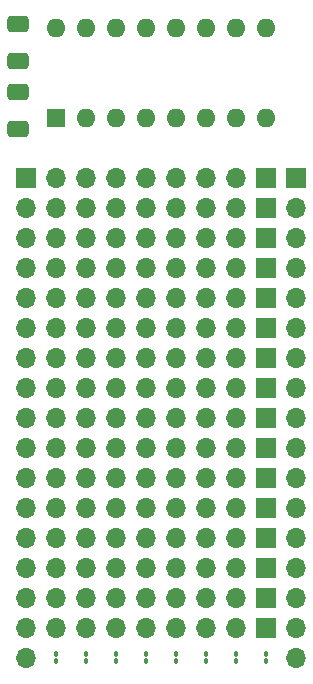
<source format=gts>
G04 #@! TF.GenerationSoftware,KiCad,Pcbnew,8.0.8-unknown-202502120121~a17639b16e~ubuntu24.04.1*
G04 #@! TF.CreationDate,2025-02-14T12:45:32-05:00*
G04 #@! TF.ProjectId,diode-matrix-rom-dip,64696f64-652d-46d6-9174-7269782d726f,v00*
G04 #@! TF.SameCoordinates,Original*
G04 #@! TF.FileFunction,Soldermask,Top*
G04 #@! TF.FilePolarity,Negative*
%FSLAX46Y46*%
G04 Gerber Fmt 4.6, Leading zero omitted, Abs format (unit mm)*
G04 Created by KiCad (PCBNEW 8.0.8-unknown-202502120121~a17639b16e~ubuntu24.04.1) date 2025-02-14 12:45:32*
%MOMM*%
%LPD*%
G01*
G04 APERTURE LIST*
G04 Aperture macros list*
%AMRoundRect*
0 Rectangle with rounded corners*
0 $1 Rounding radius*
0 $2 $3 $4 $5 $6 $7 $8 $9 X,Y pos of 4 corners*
0 Add a 4 corners polygon primitive as box body*
4,1,4,$2,$3,$4,$5,$6,$7,$8,$9,$2,$3,0*
0 Add four circle primitives for the rounded corners*
1,1,$1+$1,$2,$3*
1,1,$1+$1,$4,$5*
1,1,$1+$1,$6,$7*
1,1,$1+$1,$8,$9*
0 Add four rect primitives between the rounded corners*
20,1,$1+$1,$2,$3,$4,$5,0*
20,1,$1+$1,$4,$5,$6,$7,0*
20,1,$1+$1,$6,$7,$8,$9,0*
20,1,$1+$1,$8,$9,$2,$3,0*%
G04 Aperture macros list end*
%ADD10R,1.700000X1.700000*%
%ADD11O,1.700000X1.700000*%
%ADD12RoundRect,0.100000X-0.100000X0.130000X-0.100000X-0.130000X0.100000X-0.130000X0.100000X0.130000X0*%
%ADD13RoundRect,0.250000X-0.650000X0.412500X-0.650000X-0.412500X0.650000X-0.412500X0.650000X0.412500X0*%
%ADD14RoundRect,0.250000X0.650000X-0.412500X0.650000X0.412500X-0.650000X0.412500X-0.650000X-0.412500X0*%
%ADD15R,1.600000X1.600000*%
%ADD16O,1.600000X1.600000*%
G04 APERTURE END LIST*
D10*
X137160000Y-114300000D03*
D11*
X134620000Y-114300000D03*
X132080000Y-114300000D03*
X129540000Y-114300000D03*
X127000000Y-114300000D03*
X124460000Y-114300000D03*
X121920000Y-114300000D03*
X119380000Y-114300000D03*
D12*
X121920000Y-131760000D03*
X121920000Y-132400000D03*
X137160000Y-131760000D03*
X137160000Y-132400000D03*
X119380000Y-131760000D03*
X119380000Y-132400000D03*
D13*
X116205000Y-84162500D03*
X116205000Y-87287500D03*
D14*
X116205000Y-81572500D03*
X116205000Y-78447500D03*
D12*
X132080000Y-131760000D03*
X132080000Y-132400000D03*
X134620000Y-131760000D03*
X134620000Y-132400000D03*
D10*
X137160000Y-119380000D03*
D11*
X134620000Y-119380000D03*
X132080000Y-119380000D03*
X129540000Y-119380000D03*
X127000000Y-119380000D03*
X124460000Y-119380000D03*
X121920000Y-119380000D03*
X119380000Y-119380000D03*
D10*
X137160000Y-101600000D03*
D11*
X134620000Y-101600000D03*
X132080000Y-101600000D03*
X129540000Y-101600000D03*
X127000000Y-101600000D03*
X124460000Y-101600000D03*
X121920000Y-101600000D03*
X119380000Y-101600000D03*
D10*
X137160000Y-96520000D03*
D11*
X134620000Y-96520000D03*
X132080000Y-96520000D03*
X129540000Y-96520000D03*
X127000000Y-96520000D03*
X124460000Y-96520000D03*
X121920000Y-96520000D03*
X119380000Y-96520000D03*
D10*
X137160000Y-106680000D03*
D11*
X134620000Y-106680000D03*
X132080000Y-106680000D03*
X129540000Y-106680000D03*
X127000000Y-106680000D03*
X124460000Y-106680000D03*
X121920000Y-106680000D03*
X119380000Y-106680000D03*
D10*
X137160000Y-104140000D03*
D11*
X134620000Y-104140000D03*
X132080000Y-104140000D03*
X129540000Y-104140000D03*
X127000000Y-104140000D03*
X124460000Y-104140000D03*
X121920000Y-104140000D03*
X119380000Y-104140000D03*
D15*
X119380000Y-86360000D03*
D16*
X121920000Y-86360000D03*
X124460000Y-86360000D03*
X127000000Y-86360000D03*
X129540000Y-86360000D03*
X132080000Y-86360000D03*
X134620000Y-86360000D03*
X137160000Y-86360000D03*
X137160000Y-78740000D03*
X134620000Y-78740000D03*
X132080000Y-78740000D03*
X129540000Y-78740000D03*
X127000000Y-78740000D03*
X124460000Y-78740000D03*
X121920000Y-78740000D03*
X119380000Y-78740000D03*
D12*
X127000000Y-131760000D03*
X127000000Y-132400000D03*
D10*
X137160000Y-124460000D03*
D11*
X134620000Y-124460000D03*
X132080000Y-124460000D03*
X129540000Y-124460000D03*
X127000000Y-124460000D03*
X124460000Y-124460000D03*
X121920000Y-124460000D03*
X119380000Y-124460000D03*
D12*
X129540000Y-131760000D03*
X129540000Y-132400000D03*
X124460000Y-131760000D03*
X124460000Y-132400000D03*
D10*
X137160000Y-121920000D03*
D11*
X134620000Y-121920000D03*
X132080000Y-121920000D03*
X129540000Y-121920000D03*
X127000000Y-121920000D03*
X124460000Y-121920000D03*
X121920000Y-121920000D03*
X119380000Y-121920000D03*
D10*
X137160000Y-93980000D03*
D11*
X134620000Y-93980000D03*
X132080000Y-93980000D03*
X129540000Y-93980000D03*
X127000000Y-93980000D03*
X124460000Y-93980000D03*
X121920000Y-93980000D03*
X119380000Y-93980000D03*
D10*
X137160000Y-91440000D03*
D11*
X134620000Y-91440000D03*
X132080000Y-91440000D03*
X129540000Y-91440000D03*
X127000000Y-91440000D03*
X124460000Y-91440000D03*
X121920000Y-91440000D03*
X119380000Y-91440000D03*
D10*
X137160000Y-116840000D03*
D11*
X134620000Y-116840000D03*
X132080000Y-116840000D03*
X129540000Y-116840000D03*
X127000000Y-116840000D03*
X124460000Y-116840000D03*
X121920000Y-116840000D03*
X119380000Y-116840000D03*
D10*
X137160000Y-109220000D03*
D11*
X134620000Y-109220000D03*
X132080000Y-109220000D03*
X129540000Y-109220000D03*
X127000000Y-109220000D03*
X124460000Y-109220000D03*
X121920000Y-109220000D03*
X119380000Y-109220000D03*
D10*
X137160000Y-127000000D03*
D11*
X134620000Y-127000000D03*
X132080000Y-127000000D03*
X129540000Y-127000000D03*
X127000000Y-127000000D03*
X124460000Y-127000000D03*
X121920000Y-127000000D03*
X119380000Y-127000000D03*
D10*
X137160000Y-99060000D03*
D11*
X134620000Y-99060000D03*
X132080000Y-99060000D03*
X129540000Y-99060000D03*
X127000000Y-99060000D03*
X124460000Y-99060000D03*
X121920000Y-99060000D03*
X119380000Y-99060000D03*
D10*
X137160000Y-129540000D03*
D11*
X134620000Y-129540000D03*
X132080000Y-129540000D03*
X129540000Y-129540000D03*
X127000000Y-129540000D03*
X124460000Y-129540000D03*
X121920000Y-129540000D03*
X119380000Y-129540000D03*
D10*
X137160000Y-111760000D03*
D11*
X134620000Y-111760000D03*
X132080000Y-111760000D03*
X129540000Y-111760000D03*
X127000000Y-111760000D03*
X124460000Y-111760000D03*
X121920000Y-111760000D03*
X119380000Y-111760000D03*
D10*
X116840000Y-91440000D03*
D11*
X116840000Y-93980000D03*
X116840000Y-96520000D03*
X116840000Y-99060000D03*
X116840000Y-101600000D03*
X116840000Y-104140000D03*
X116840000Y-106680000D03*
X116840000Y-109220000D03*
X116840000Y-111760000D03*
X116840000Y-114300000D03*
X116840000Y-116840000D03*
X116840000Y-119380000D03*
X116840000Y-121920000D03*
X116840000Y-124460000D03*
X116840000Y-127000000D03*
X116840000Y-129540000D03*
X116840000Y-132080000D03*
D10*
X139700000Y-91440000D03*
D11*
X139700000Y-93980000D03*
X139700000Y-96520000D03*
X139700000Y-99060000D03*
X139700000Y-101600000D03*
X139700000Y-104140000D03*
X139700000Y-106680000D03*
X139700000Y-109220000D03*
X139700000Y-111760000D03*
X139700000Y-114300000D03*
X139700000Y-116840000D03*
X139700000Y-119380000D03*
X139700000Y-121920000D03*
X139700000Y-124460000D03*
X139700000Y-127000000D03*
X139700000Y-129540000D03*
X139700000Y-132080000D03*
M02*

</source>
